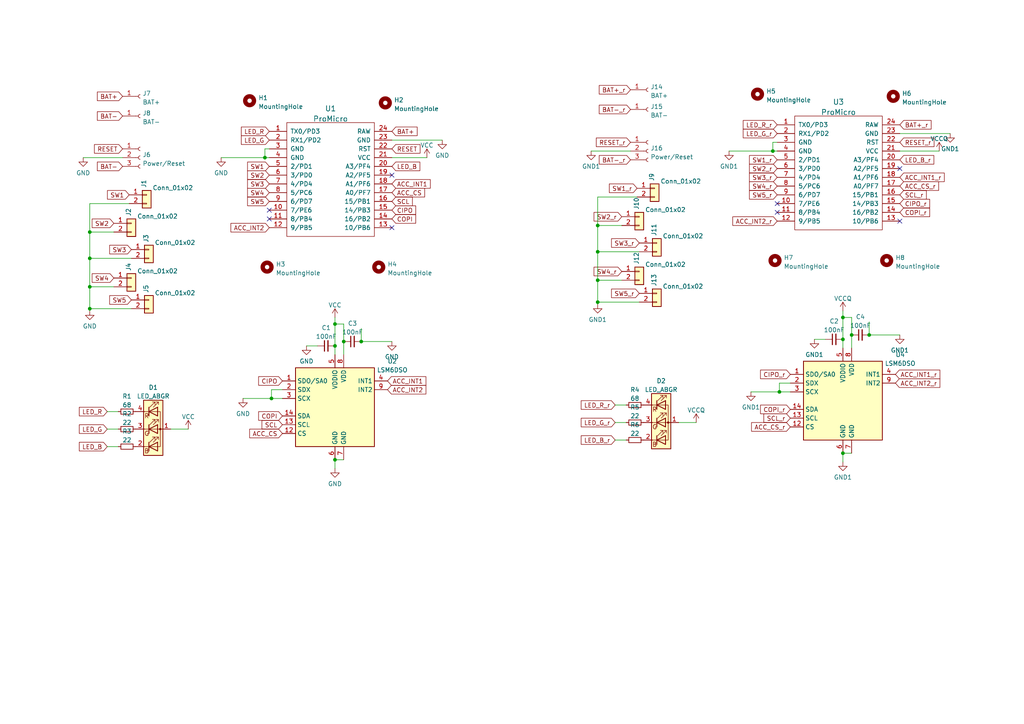
<source format=kicad_sch>
(kicad_sch (version 20211123) (generator eeschema)
  (paper "A4")
  (lib_symbols
    (symbol "Connector:Conn_01x01_Female" (pin_names (offset 1.016) hide)
      (property "Reference" "J" (at 0 2.54 0))
      (property "Value" "Conn_01x01_Female" (at 0 -2.54 0))
      (symbol "Conn_01x01_Female_1_1"
        (polyline (pts (xy -1.27 0) (xy -0.508 0)) (stroke (width 0.1524)))
        (arc (start 0 0.508) (mid -0.508 0) (end 0 -0.508) (stroke (width 0.1524)))
        (pin passive line (at -5.08 0 0) (length 3.81) (name "Pin_1") (number "1"))
      )
    )
    (symbol "Connector:Conn_01x03_Female" (pin_names (offset 1.016) hide)
      (property "Reference" "J" (at 0 5.08 0))
      (property "Value" "Conn_01x03_Female" (at 0 -5.08 0))
      (symbol "Conn_01x03_Female_1_1"
        (arc (start 0 -2.032) (mid -0.508 -2.54) (end 0 -3.048) (stroke (width 0.1524)))
        (polyline (pts (xy -1.27 -2.54) (xy -0.508 -2.54)) (stroke (width 0.1524)))
        (polyline (pts (xy -1.27 0) (xy -0.508 0)) (stroke (width 0.1524)))
        (polyline (pts (xy -1.27 2.54) (xy -0.508 2.54)) (stroke (width 0.1524)))
        (arc (start 0 0.508) (mid -0.508 0) (end 0 -0.508) (stroke (width 0.1524)))
        (arc (start 0 3.048) (mid -0.508 2.54) (end 0 2.032) (stroke (width 0.1524)))
        (pin passive line (at -5.08 2.54 0) (length 3.81) (name "Pin_1") (number "1"))
        (pin passive line (at -5.08 0 0) (length 3.81) (name "Pin_2") (number "2"))
        (pin passive line (at -5.08 -2.54 0) (length 3.81) (name "Pin_3") (number "3"))
      )
    )
    (symbol "Connector_Generic:Conn_01x02" (pin_names (offset 1.016) hide)
      (property "Reference" "J" (at 0 2.54 0))
      (property "Value" "Conn_01x02" (at 0 -5.08 0))
      (symbol "Conn_01x02_1_1"
        (rectangle (start -1.27 -2.413) (end 0 -2.667) (stroke (width 0.1524)))
        (rectangle (start -1.27 0.127) (end 0 -0.127) (stroke (width 0.1524)))
        (rectangle (start -1.27 1.27) (end 1.27 -3.81) (stroke (width 0.254)) (fill (type background)))
        (pin passive line (at -5.08 0 0) (length 3.81) (name "Pin_1") (number "1"))
        (pin passive line (at -5.08 -2.54 0) (length 3.81) (name "Pin_2") (number "2"))
      )
    )
    (symbol "Device:C_Small" (pin_numbers hide) (pin_names (offset 0.254) hide)
      (property "Reference" "C" (at 0.254 1.778 0))
      (property "Value" "C_Small" (at 0.254 -2.032 0))
      (symbol "C_Small_0_1"
        (polyline (pts (xy -1.524 -0.508) (xy 1.524 -0.508)) (stroke (width 0.3302)))
        (polyline (pts (xy -1.524 0.508) (xy 1.524 0.508)) (stroke (width 0.3048)))
      )
      (symbol "C_Small_1_1"
        (pin passive line (at 0 2.54 270) (length 2.032) (name "~") (number "1"))
        (pin passive line (at 0 -2.54 90) (length 2.032) (name "~") (number "2"))
      )
    )
    (symbol "Device:LED_ABGR" (pin_names (offset 0) hide)
      (property "Reference" "D" (at 0 9.398 0))
      (property "Value" "LED_ABGR" (at 0 -8.89 0))
      (symbol "LED_ABGR_0_0"
        (text "B" (at -1.905 -6.35 0) (effects (font (size 1.27 1.27))))
        (text "G" (at -1.905 -1.27 0) (effects (font (size 1.27 1.27))))
        (text "R" (at -1.905 3.81 0) (effects (font (size 1.27 1.27))))
      )
      (symbol "LED_ABGR_0_1"
        (polyline (pts (xy -1.27 -5.08) (xy -2.54 -5.08)))
        (polyline (pts (xy -1.27 -5.08) (xy 1.27 -5.08)))
        (polyline (pts (xy -1.27 -3.81) (xy -1.27 -6.35)) (stroke (width 0.254)))
        (polyline (pts (xy -1.27 0) (xy -2.54 0)))
        (polyline (pts (xy -1.27 1.27) (xy -1.27 -1.27)) (stroke (width 0.254)))
        (polyline (pts (xy -1.27 5.08) (xy -2.54 5.08)))
        (polyline (pts (xy -1.27 5.08) (xy 1.27 5.08)))
        (polyline (pts (xy -1.27 6.35) (xy -1.27 3.81)) (stroke (width 0.254)))
        (polyline (pts (xy 1.27 0) (xy -1.27 0)))
        (polyline (pts (xy 1.27 0) (xy 2.54 0)))
        (polyline (pts (xy -1.27 1.27) (xy -1.27 -1.27) (xy -1.27 -1.27)))
        (polyline (pts (xy -1.27 6.35) (xy -1.27 3.81) (xy -1.27 3.81)))
        (polyline (pts (xy 1.27 -5.08) (xy 2.032 -5.08) (xy 2.032 5.08) (xy 1.27 5.08)))
        (polyline (pts (xy 1.27 -3.81) (xy 1.27 -6.35) (xy -1.27 -5.08) (xy 1.27 -3.81)) (stroke (width 0.254)))
        (polyline (pts (xy 1.27 1.27) (xy 1.27 -1.27) (xy -1.27 0) (xy 1.27 1.27)) (stroke (width 0.254)))
        (polyline (pts (xy 1.27 6.35) (xy 1.27 3.81) (xy -1.27 5.08) (xy 1.27 6.35)) (stroke (width 0.254)))
        (polyline (pts (xy -1.016 -3.81) (xy 0.508 -2.286) (xy -0.254 -2.286) (xy 0.508 -2.286) (xy 0.508 -3.048)))
        (polyline (pts (xy -1.016 1.27) (xy 0.508 2.794) (xy -0.254 2.794) (xy 0.508 2.794) (xy 0.508 2.032)))
        (polyline (pts (xy -1.016 6.35) (xy 0.508 7.874) (xy -0.254 7.874) (xy 0.508 7.874) (xy 0.508 7.112)))
        (polyline (pts (xy 0 -3.81) (xy 1.524 -2.286) (xy 0.762 -2.286) (xy 1.524 -2.286) (xy 1.524 -3.048)))
        (polyline (pts (xy 0 1.27) (xy 1.524 2.794) (xy 0.762 2.794) (xy 1.524 2.794) (xy 1.524 2.032)))
        (polyline (pts (xy 0 6.35) (xy 1.524 7.874) (xy 0.762 7.874) (xy 1.524 7.874) (xy 1.524 7.112)))
        (rectangle (start 1.27 -1.27) (end 1.27 1.27))
        (rectangle (start 1.27 1.27) (end 1.27 1.27))
        (rectangle (start 1.27 3.81) (end 1.27 6.35))
        (rectangle (start 1.27 6.35) (end 1.27 6.35))
        (circle (center 2.032 0) (radius 0.254) (fill (type outline)))
        (rectangle (start 2.794 8.382) (end -2.794 -7.62) (stroke (width 0.254)) (fill (type background)))
      )
      (symbol "LED_ABGR_1_1"
        (pin passive line (at 5.08 0 180) (length 2.54) (name "A") (number "1"))
        (pin passive line (at -5.08 -5.08 0) (length 2.54) (name "BK") (number "2"))
        (pin passive line (at -5.08 0 0) (length 2.54) (name "GK") (number "3"))
        (pin passive line (at -5.08 5.08 0) (length 2.54) (name "RK") (number "4"))
      )
    )
    (symbol "Device:R_Small" (pin_numbers hide) (pin_names (offset 0.254) hide)
      (property "Reference" "R" (at 0.762 0.508 0))
      (property "Value" "R_Small" (at 0.762 -1.016 0))
      (symbol "R_Small_0_1"
        (rectangle (start -0.762 1.778) (end 0.762 -1.778) (stroke (width 0.2032)))
      )
      (symbol "R_Small_1_1"
        (pin passive line (at 0 2.54 270) (length 0.762) (name "~") (number "1"))
        (pin passive line (at 0 -2.54 90) (length 0.762) (name "~") (number "2"))
      )
    )
    (symbol "Mechanical:MountingHole" (pin_names (offset 1.016))
      (property "Reference" "H" (at 0 5.08 0))
      (property "Value" "MountingHole" (at 0 3.175 0))
      (symbol "MountingHole_0_1"
        (circle (center 0 0) (radius 1.27) (stroke (width 1.27)))
      )
    )
    (symbol "Sensor_Motion:LSM6DS3"
      (property "Reference" "U" (at -11.43 15.24 0))
      (property "Value" "LSM6DS3" (at -11.43 12.7 0))
      (symbol "LSM6DS3_0_1"
        (rectangle (start 11.43 11.43) (end -11.43 -11.43) (stroke (width 0.254)) (fill (type background)))
      )
      (symbol "LSM6DS3_1_1"
        (pin bidirectional line (at -15.24 7.62 0) (length 3.81) (name "SDO/SA0") (number "1"))
        (pin no_connect line (at 10.16 -5.08 180) (length 3.81) hide (name "NC") (number "10"))
        (pin no_connect line (at 10.16 -2.54 180) (length 3.81) hide (name "NC") (number "11"))
        (pin input line (at -15.24 -7.62 0) (length 3.81) (name "CS") (number "12"))
        (pin input line (at -15.24 -5.08 0) (length 3.81) (name "SCL") (number "13"))
        (pin bidirectional line (at -15.24 -2.54 0) (length 3.81) (name "SDA") (number "14"))
        (pin bidirectional line (at -15.24 5.08 0) (length 3.81) (name "SDX") (number "2"))
        (pin input line (at -15.24 2.54 0) (length 3.81) (name "SCX") (number "3"))
        (pin output line (at 15.24 7.62 180) (length 3.81) (name "INT1") (number "4"))
        (pin power_in line (at 0 15.24 270) (length 3.81) (name "VDDIO") (number "5"))
        (pin power_in line (at 0 -15.24 90) (length 3.81) (name "GND") (number "6"))
        (pin power_in line (at 2.54 -15.24 90) (length 3.81) (name "GND") (number "7"))
        (pin power_in line (at 2.54 15.24 270) (length 3.81) (name "VDD") (number "8"))
        (pin output line (at 15.24 5.08 180) (length 3.81) (name "INT2") (number "9"))
      )
    )
    (symbol "keebio:ProMicro" (pin_names (offset 1.016))
      (property "Reference" "U" (at 0 0 0))
      (property "Value" "ProMicro" (at 0 -19.05 0))
      (symbol "ProMicro_0_1"
        (rectangle (start -12.7 -16.51) (end 12.7 16.51))
      )
      (symbol "ProMicro_1_1"
        (pin input line (at -17.78 13.97 0) (length 5.08) (name "TX0/PD3") (number "1"))
        (pin input line (at -17.78 -8.89 0) (length 5.08) (name "7/PE6") (number "10"))
        (pin input line (at -17.78 -11.43 0) (length 5.08) (name "8/PB4") (number "11"))
        (pin input line (at -17.78 -13.97 0) (length 5.08) (name "9/PB5") (number "12"))
        (pin input line (at 17.78 -13.97 180) (length 5.08) (name "10/PB6") (number "13"))
        (pin input line (at 17.78 -11.43 180) (length 5.08) (name "16/PB2") (number "14"))
        (pin input line (at 17.78 -8.89 180) (length 5.08) (name "14/PB3") (number "15"))
        (pin input line (at 17.78 -6.35 180) (length 5.08) (name "15/PB1") (number "16"))
        (pin input line (at 17.78 -3.81 180) (length 5.08) (name "A0/PF7") (number "17"))
        (pin input line (at 17.78 -1.27 180) (length 5.08) (name "A1/PF6") (number "18"))
        (pin input line (at 17.78 1.27 180) (length 5.08) (name "A2/PF5") (number "19"))
        (pin input line (at -17.78 11.43 0) (length 5.08) (name "RX1/PD2") (number "2"))
        (pin input line (at 17.78 3.81 180) (length 5.08) (name "A3/PF4") (number "20"))
        (pin input line (at 17.78 6.35 180) (length 5.08) (name "VCC") (number "21"))
        (pin input line (at 17.78 8.89 180) (length 5.08) (name "RST") (number "22"))
        (pin input line (at 17.78 11.43 180) (length 5.08) (name "GND") (number "23"))
        (pin input line (at 17.78 13.97 180) (length 5.08) (name "RAW") (number "24"))
        (pin input line (at -17.78 8.89 0) (length 5.08) (name "GND") (number "3"))
        (pin input line (at -17.78 6.35 0) (length 5.08) (name "GND") (number "4"))
        (pin input line (at -17.78 3.81 0) (length 5.08) (name "2/PD1") (number "5"))
        (pin input line (at -17.78 1.27 0) (length 5.08) (name "3/PD0") (number "6"))
        (pin input line (at -17.78 -1.27 0) (length 5.08) (name "4/PD4") (number "7"))
        (pin input line (at -17.78 -3.81 0) (length 5.08) (name "5/PC6") (number "8"))
        (pin input line (at -17.78 -6.35 0) (length 5.08) (name "6/PD7") (number "9"))
      )
    )
    (symbol "power:GND" (power) (pin_names (offset 0))
      (property "Value" "GND" (at 0 -3.81 0))
      (symbol "GND_0_1"
        (polyline (pts (xy 0 0) (xy 0 -1.27) (xy 1.27 -1.27) (xy 0 -2.54) (xy -1.27 -1.27) (xy 0 -1.27)))
      )
      (symbol "GND_1_1"
        (pin power_in line (at 0 0 270) (length 0) hide (name "GND") (number "1"))
      )
    )
    (symbol "power:GND1" (power) (pin_names (offset 0))
      (property "Value" "GND1" (at 0 -3.81 0))
      (symbol "GND1_0_1"
        (polyline (pts (xy 0 0) (xy 0 -1.27) (xy 1.27 -1.27) (xy 0 -2.54) (xy -1.27 -1.27) (xy 0 -1.27)))
      )
      (symbol "GND1_1_1"
        (pin power_in line (at 0 0 270) (length 0) hide (name "GND1") (number "1"))
      )
    )
    (symbol "power:VCC" (power) (pin_names (offset 0))
      (property "Value" "VCC" (at 0 3.81 0))
      (symbol "VCC_0_1"
        (polyline (pts (xy -0.762 1.27) (xy 0 2.54)))
        (polyline (pts (xy 0 0) (xy 0 2.54)))
        (polyline (pts (xy 0 2.54) (xy 0.762 1.27)))
      )
      (symbol "VCC_1_1"
        (pin power_in line (at 0 0 90) (length 0) hide (name "VCC") (number "1"))
      )
    )
    (symbol "power:VCCQ" (power) (pin_names (offset 0))
      (property "Value" "VCCQ" (at 0 3.81 0))
      (symbol "VCCQ_0_1"
        (polyline (pts (xy -0.762 1.27) (xy 0 2.54)))
        (polyline (pts (xy 0 0) (xy 0 2.54)))
        (polyline (pts (xy 0 2.54) (xy 0.762 1.27)))
      )
      (symbol "VCCQ_1_1"
        (pin power_in line (at 0 0 90) (length 0) hide (name "VCCQ") (number "1"))
      )
    )
  )
  (junction (at 26.035 67.31))
  (junction (at 252.095 97.155))
  (junction (at 97.155 133.35))
  (junction (at 97.155 100.33))
  (junction (at 244.475 98.425))
  (junction (at 173.355 87.63))
  (junction (at 244.475 131.445))
  (junction (at 244.475 92.075))
  (junction (at 173.355 73.025))
  (junction (at 224.155 43.815))
  (junction (at 26.035 89.535))
  (junction (at 26.035 74.93))
  (junction (at 247.015 97.155))
  (junction (at 26.035 83.185))
  (junction (at 99.695 99.06))
  (junction (at 104.775 99.06))
  (junction (at 76.835 45.72))
  (junction (at 226.06 113.665))
  (junction (at 78.74 115.57))
  (junction (at 97.155 93.98))
  (junction (at 173.355 81.28))
  (junction (at 173.355 65.405))
  (no_connect (at 225.425 61.595))
  (no_connect (at 113.665 50.8))
  (no_connect (at 78.105 60.96))
  (no_connect (at 78.105 63.5))
  (no_connect (at 260.985 64.135))
  (no_connect (at 225.425 59.055))
  (no_connect (at 260.985 48.895))
  (no_connect (at 113.665 66.04))
  (wire (pts (xy 173.355 65.405) (xy 180.34 65.405)))
  (wire (pts (xy 173.355 57.15) (xy 184.785 57.15)))
  (wire (pts (xy 224.155 41.275) (xy 224.155 43.815)))
  (wire (pts (xy 247.015 97.155) (xy 247.015 100.965)))
  (wire (pts (xy 26.035 83.185) (xy 33.02 83.185)))
  (wire (pts (xy 185.42 87.63) (xy 173.355 87.63)))
  (wire (pts (xy 252.095 97.155) (xy 260.985 97.155)))
  (wire (pts (xy 97.155 93.98) (xy 99.695 93.98)))
  (wire (pts (xy 38.1 89.535) (xy 26.035 89.535)))
  (wire (pts (xy 225.425 43.815) (xy 224.155 43.815)))
  (wire (pts (xy 88.9 100.33) (xy 92.075 100.33)))
  (wire (pts (xy 211.455 43.815) (xy 224.155 43.815)))
  (wire (pts (xy 99.695 99.06) (xy 99.695 102.87)))
  (wire (pts (xy 26.035 83.185) (xy 26.035 89.535)))
  (wire (pts (xy 113.665 40.64) (xy 128.27 40.64)))
  (wire (pts (xy 173.355 73.025) (xy 173.355 81.28)))
  (wire (pts (xy 173.355 81.28) (xy 173.355 87.63)))
  (wire (pts (xy 97.155 93.98) (xy 97.155 100.33)))
  (wire (pts (xy 97.155 100.33) (xy 97.155 102.87)))
  (wire (pts (xy 113.665 45.72) (xy 123.825 45.72)))
  (wire (pts (xy 173.355 57.15) (xy 173.355 65.405)))
  (wire (pts (xy 173.355 87.63) (xy 173.355 88.265)))
  (wire (pts (xy 244.475 98.425) (xy 244.475 100.965)))
  (wire (pts (xy 78.74 113.03) (xy 78.74 115.57)))
  (wire (pts (xy 244.475 131.445) (xy 244.475 133.985)))
  (wire (pts (xy 173.355 81.28) (xy 180.34 81.28)))
  (wire (pts (xy 236.22 98.425) (xy 239.395 98.425)))
  (wire (pts (xy 173.355 65.405) (xy 173.355 73.025)))
  (wire (pts (xy 31.115 129.54) (xy 34.29 129.54)))
  (wire (pts (xy 97.155 133.35) (xy 97.155 135.89)))
  (wire (pts (xy 78.105 45.72) (xy 76.835 45.72)))
  (wire (pts (xy 244.475 90.17) (xy 244.475 92.075)))
  (wire (pts (xy 97.155 92.075) (xy 97.155 93.98)))
  (wire (pts (xy 31.115 124.46) (xy 34.29 124.46)))
  (wire (pts (xy 217.805 113.665) (xy 226.06 113.665)))
  (wire (pts (xy 229.235 111.125) (xy 226.06 111.125)))
  (wire (pts (xy 201.93 122.555) (xy 196.85 122.555)))
  (wire (pts (xy 78.105 43.18) (xy 76.835 43.18)))
  (wire (pts (xy 225.425 41.275) (xy 224.155 41.275)))
  (wire (pts (xy 104.775 99.06) (xy 113.665 99.06)))
  (wire (pts (xy 178.435 127.635) (xy 181.61 127.635)))
  (wire (pts (xy 24.13 45.72) (xy 35.56 45.72)))
  (wire (pts (xy 81.915 113.03) (xy 78.74 113.03)))
  (wire (pts (xy 171.45 43.815) (xy 182.88 43.815)))
  (wire (pts (xy 247.015 92.075) (xy 247.015 97.155)))
  (wire (pts (xy 260.985 38.735) (xy 275.59 38.735)))
  (wire (pts (xy 76.835 43.18) (xy 76.835 45.72)))
  (wire (pts (xy 26.035 67.31) (xy 33.02 67.31)))
  (wire (pts (xy 26.035 67.31) (xy 26.035 74.93)))
  (wire (pts (xy 97.155 133.35) (xy 99.695 133.35)))
  (wire (pts (xy 244.475 92.075) (xy 244.475 98.425)))
  (wire (pts (xy 70.485 115.57) (xy 78.74 115.57)))
  (wire (pts (xy 26.035 59.055) (xy 26.035 67.31)))
  (wire (pts (xy 26.035 89.535) (xy 26.035 90.17)))
  (wire (pts (xy 226.06 111.125) (xy 226.06 113.665)))
  (wire (pts (xy 178.435 122.555) (xy 181.61 122.555)))
  (wire (pts (xy 99.695 93.98) (xy 99.695 99.06)))
  (wire (pts (xy 26.035 74.93) (xy 26.035 83.185)))
  (wire (pts (xy 78.74 115.57) (xy 81.915 115.57)))
  (wire (pts (xy 104.775 95.25) (xy 104.775 99.06)))
  (wire (pts (xy 244.475 131.445) (xy 247.015 131.445)))
  (wire (pts (xy 26.035 74.93) (xy 38.1 74.93)))
  (wire (pts (xy 64.135 45.72) (xy 76.835 45.72)))
  (wire (pts (xy 173.355 73.025) (xy 185.42 73.025)))
  (wire (pts (xy 26.035 59.055) (xy 37.465 59.055)))
  (wire (pts (xy 178.435 117.475) (xy 181.61 117.475)))
  (wire (pts (xy 31.115 119.38) (xy 34.29 119.38)))
  (wire (pts (xy 244.475 92.075) (xy 247.015 92.075)))
  (wire (pts (xy 54.61 124.46) (xy 49.53 124.46)))
  (wire (pts (xy 260.985 43.815) (xy 272.415 43.815)))
  (wire (pts (xy 226.06 113.665) (xy 229.235 113.665)))
  (wire (pts (xy 252.095 93.345) (xy 252.095 97.155)))
  (global_label "RESET" (shape input) (at 113.665 43.18 0) (property "Intersheet References" "${INTERSHEET_REFS}" (effects hide)))
  (global_label "ACC_INT2" (shape input) (at 112.395 113.03 0) (property "Intersheet References" "${INTERSHEET_REFS}" (effects hide)))
  (global_label "SW5_r" (shape input) (at 185.42 85.09 180) (property "Intersheet References" "${INTERSHEET_REFS}" (effects hide)))
  (global_label "SW2" (shape input) (at 78.105 50.8 180) (property "Intersheet References" "${INTERSHEET_REFS}" (effects hide)))
  (global_label "LED_B" (shape input) (at 31.115 129.54 180) (property "Intersheet References" "${INTERSHEET_REFS}" (effects hide)))
  (global_label "SW1_r" (shape input) (at 184.785 54.61 180) (property "Intersheet References" "${INTERSHEET_REFS}" (effects hide)))
  (global_label "BAT-" (shape input) (at 35.56 33.655 180) (property "Intersheet References" "${INTERSHEET_REFS}" (effects hide)))
  (global_label "SW5" (shape input) (at 38.1 86.995 180) (property "Intersheet References" "${INTERSHEET_REFS}" (effects hide)))
  (global_label "COPI_r" (shape input) (at 229.235 118.745 180) (property "Intersheet References" "${INTERSHEET_REFS}" (effects hide)))
  (global_label "SCL" (shape input) (at 81.915 123.19 180) (property "Intersheet References" "${INTERSHEET_REFS}" (effects hide)))
  (global_label "BAT-_r" (shape input) (at 182.88 31.75 180) (property "Intersheet References" "${INTERSHEET_REFS}" (effects hide)))
  (global_label "BAT-" (shape input) (at 35.56 48.26 180) (property "Intersheet References" "${INTERSHEET_REFS}" (effects hide)))
  (global_label "ACC_INT2_r" (shape input) (at 225.425 64.135 180) (property "Intersheet References" "${INTERSHEET_REFS}" (effects hide)))
  (global_label "COPI" (shape input) (at 113.665 63.5 0) (property "Intersheet References" "${INTERSHEET_REFS}" (effects hide)))
  (global_label "LED_R_r" (shape input) (at 178.435 117.475 180) (property "Intersheet References" "${INTERSHEET_REFS}" (effects hide)))
  (global_label "SW5" (shape input) (at 78.105 58.42 180) (property "Intersheet References" "${INTERSHEET_REFS}" (effects hide)))
  (global_label "ACC_INT1_r" (shape input) (at 260.985 51.435 0) (property "Intersheet References" "${INTERSHEET_REFS}" (effects hide)))
  (global_label "CIPO" (shape input) (at 113.665 60.96 0) (property "Intersheet References" "${INTERSHEET_REFS}" (effects hide)))
  (global_label "CIPO" (shape input) (at 81.915 110.49 180) (property "Intersheet References" "${INTERSHEET_REFS}" (effects hide)))
  (global_label "COPI" (shape input) (at 81.915 120.65 180) (property "Intersheet References" "${INTERSHEET_REFS}" (effects hide)))
  (global_label "SW4" (shape input) (at 78.105 55.88 180) (property "Intersheet References" "${INTERSHEET_REFS}" (effects hide)))
  (global_label "ACC_INT1" (shape input) (at 112.395 110.49 0) (property "Intersheet References" "${INTERSHEET_REFS}" (effects hide)))
  (global_label "LED_B_r" (shape input) (at 178.435 127.635 180) (property "Intersheet References" "${INTERSHEET_REFS}" (effects hide)))
  (global_label "SW2_r" (shape input) (at 180.34 62.865 180) (property "Intersheet References" "${INTERSHEET_REFS}" (effects hide)))
  (global_label "SW4_r" (shape input) (at 225.425 53.975 180) (property "Intersheet References" "${INTERSHEET_REFS}" (effects hide)))
  (global_label "CIPO_r" (shape input) (at 229.235 108.585 180) (property "Intersheet References" "${INTERSHEET_REFS}" (effects hide)))
  (global_label "ACC_CS" (shape input) (at 81.915 125.73 180) (property "Intersheet References" "${INTERSHEET_REFS}" (effects hide)))
  (global_label "ACC_CS_r" (shape input) (at 260.985 53.975 0) (property "Intersheet References" "${INTERSHEET_REFS}" (effects hide)))
  (global_label "SCL" (shape input) (at 113.665 58.42 0) (property "Intersheet References" "${INTERSHEET_REFS}" (effects hide)))
  (global_label "RESET" (shape input) (at 35.56 43.18 180) (property "Intersheet References" "${INTERSHEET_REFS}" (effects hide)))
  (global_label "ACC_INT1" (shape input) (at 113.665 53.34 0) (property "Intersheet References" "${INTERSHEET_REFS}" (effects hide)))
  (global_label "BAT+" (shape input) (at 35.56 27.94 180) (property "Intersheet References" "${INTERSHEET_REFS}" (effects hide)))
  (global_label "SCL_r" (shape input) (at 260.985 56.515 0) (property "Intersheet References" "${INTERSHEET_REFS}" (effects hide)))
  (global_label "SW1" (shape input) (at 78.105 48.26 180) (property "Intersheet References" "${INTERSHEET_REFS}" (effects hide)))
  (global_label "LED_G_r" (shape input) (at 178.435 122.555 180) (property "Intersheet References" "${INTERSHEET_REFS}" (effects hide)))
  (global_label "BAT+" (shape input) (at 113.665 38.1 0) (property "Intersheet References" "${INTERSHEET_REFS}" (effects hide)))
  (global_label "ACC_CS" (shape input) (at 113.665 55.88 0) (property "Intersheet References" "${INTERSHEET_REFS}" (effects hide)))
  (global_label "SW2_r" (shape input) (at 225.425 48.895 180) (property "Intersheet References" "${INTERSHEET_REFS}" (effects hide)))
  (global_label "LED_G" (shape input) (at 78.105 40.64 180) (property "Intersheet References" "${INTERSHEET_REFS}" (effects hide)))
  (global_label "SW4" (shape input) (at 33.02 80.645 180) (property "Intersheet References" "${INTERSHEET_REFS}" (effects hide)))
  (global_label "SW3_r" (shape input) (at 185.42 70.485 180) (property "Intersheet References" "${INTERSHEET_REFS}" (effects hide)))
  (global_label "ACC_CS_r" (shape input) (at 229.235 123.825 180) (property "Intersheet References" "${INTERSHEET_REFS}" (effects hide)))
  (global_label "ACC_INT1_r" (shape input) (at 259.715 108.585 0) (property "Intersheet References" "${INTERSHEET_REFS}" (effects hide)))
  (global_label "ACC_INT2" (shape input) (at 78.105 66.04 180) (property "Intersheet References" "${INTERSHEET_REFS}" (effects hide)))
  (global_label "SCL_r" (shape input) (at 229.235 121.285 180) (property "Intersheet References" "${INTERSHEET_REFS}" (effects hide)))
  (global_label "COPI_r" (shape input) (at 260.985 61.595 0) (property "Intersheet References" "${INTERSHEET_REFS}" (effects hide)))
  (global_label "LED_R_r" (shape input) (at 225.425 36.195 180) (property "Intersheet References" "${INTERSHEET_REFS}" (effects hide)))
  (global_label "SW1" (shape input) (at 37.465 56.515 180) (property "Intersheet References" "${INTERSHEET_REFS}" (effects hide)))
  (global_label "BAT-_r" (shape input) (at 182.88 46.355 180) (property "Intersheet References" "${INTERSHEET_REFS}" (effects hide)))
  (global_label "RESET_r" (shape input) (at 182.88 41.275 180) (property "Intersheet References" "${INTERSHEET_REFS}" (effects hide)))
  (global_label "LED_B" (shape input) (at 113.665 48.26 0) (property "Intersheet References" "${INTERSHEET_REFS}" (effects hide)))
  (global_label "CIPO_r" (shape input) (at 260.985 59.055 0) (property "Intersheet References" "${INTERSHEET_REFS}" (effects hide)))
  (global_label "LED_B_r" (shape input) (at 260.985 46.355 0) (property "Intersheet References" "${INTERSHEET_REFS}" (effects hide)))
  (global_label "SW1_r" (shape input) (at 225.425 46.355 180) (property "Intersheet References" "${INTERSHEET_REFS}" (effects hide)))
  (global_label "LED_G_r" (shape input) (at 225.425 38.735 180) (property "Intersheet References" "${INTERSHEET_REFS}" (effects hide)))
  (global_label "BAT+_r" (shape input) (at 182.88 26.035 180) (property "Intersheet References" "${INTERSHEET_REFS}" (effects hide)))
  (global_label "SW4_r" (shape input) (at 180.34 78.74 180) (property "Intersheet References" "${INTERSHEET_REFS}" (effects hide)))
  (global_label "SW3" (shape input) (at 78.105 53.34 180) (property "Intersheet References" "${INTERSHEET_REFS}" (effects hide)))
  (global_label "ACC_INT2_r" (shape input) (at 259.715 111.125 0) (property "Intersheet References" "${INTERSHEET_REFS}" (effects hide)))
  (global_label "BAT+_r" (shape input) (at 260.985 36.195 0) (property "Intersheet References" "${INTERSHEET_REFS}" (effects hide)))
  (global_label "LED_R" (shape input) (at 78.105 38.1 180) (property "Intersheet References" "${INTERSHEET_REFS}" (effects hide)))
  (global_label "SW5_r" (shape input) (at 225.425 56.515 180) (property "Intersheet References" "${INTERSHEET_REFS}" (effects hide)))
  (global_label "LED_G" (shape input) (at 31.115 124.46 180) (property "Intersheet References" "${INTERSHEET_REFS}" (effects hide)))
  (global_label "SW3" (shape input) (at 38.1 72.39 180) (property "Intersheet References" "${INTERSHEET_REFS}" (effects hide)))
  (global_label "RESET_r" (shape input) (at 260.985 41.275 0) (property "Intersheet References" "${INTERSHEET_REFS}" (effects hide)))
  (global_label "SW3_r" (shape input) (at 225.425 51.435 180) (property "Intersheet References" "${INTERSHEET_REFS}" (effects hide)))
  (global_label "SW2" (shape input) (at 33.02 64.77 180) (property "Intersheet References" "${INTERSHEET_REFS}" (effects hide)))
  (global_label "LED_R" (shape input) (at 31.115 119.38 180) (property "Intersheet References" "${INTERSHEET_REFS}" (effects hide)))
  (symbol (lib_id "Device:R_Small") (at 36.83 119.38 90) (unit 1)
    (property "Reference" "R1" (at 36.83 114.9436 90))
    (property "Value" "68" (at 36.83 117.4805 90))
    (property "Footprint" "Resistor_SMD:R_0603_1608Metric" (effects hide))
    (property "LCSC Part Number" "C27592" (effects hide))
  )
  (symbol (lib_id "power:GND1") (at 173.355 88.265 0) (unit 1)
    (property "Reference" "#PWR09" (effects hide))
    (property "Value" "GND" (at 173.355 92.7084 0))
  )
  (symbol (lib_id "Mechanical:MountingHole") (at 111.76 29.845 0) (unit 1)
    (property "Reference" "H2" (at 114.3 29.0103 0) (effects (justify left)))
    (property "Value" "MountingHole" (at 114.3 31.5472 0) (effects (justify left)))
    (property "Footprint" "MountingHole:MountingHole_2.2mm_M2_Pad" (effects hide))
  )
  (symbol (lib_id "Mechanical:MountingHole") (at 259.08 27.94 0) (unit 1)
    (property "Reference" "H6" (at 261.62 27.1053 0) (effects (justify left)))
    (property "Value" "MountingHole" (at 261.62 29.6422 0) (effects (justify left)))
    (property "Footprint" "MountingHole:MountingHole_2.2mm_M2_Pad" (effects hide))
  )
  (symbol (lib_id "power:GND1") (at 211.455 43.815 0) (unit 1)
    (property "Reference" "#PWR011" (effects hide))
    (property "Value" "GND" (at 211.455 48.2584 0))
  )
  (symbol (lib_id "Device:R_Small") (at 36.83 129.54 90) (unit 1)
    (property "Reference" "R3" (at 36.83 125.1036 90))
    (property "Value" "22" (at 36.83 127.6405 90))
    (property "Footprint" "Resistor_SMD:R_0603_1608Metric" (effects hide))
    (property "LCSC Part Number" "C23345" (effects hide))
  )
  (symbol (lib_id "power:GND") (at 70.485 115.57 0) (unit 1)
    (property "Reference" "#PWR0104" (effects hide))
    (property "Value" "GND" (at 70.485 120.0134 0))
  )
  (symbol (lib_id "power:VCC") (at 54.61 124.46 0) (unit 1)
    (property "Reference" "#PWR06" (effects hide))
    (property "Value" "VCC" (at 54.61 120.8842 0))
  )
  (symbol (lib_id "power:VCCQ") (at 244.475 90.17 0) (unit 1)
    (property "Reference" "#PWR014" (effects hide))
    (property "Value" "VCC" (at 244.475 86.5942 0))
  )
  (symbol (lib_id "power:GND") (at 128.27 40.64 0) (unit 1)
    (property "Reference" "#PWR0102" (effects hide))
    (property "Value" "GND" (at 128.27 45.0834 0))
  )
  (symbol (lib_id "Connector_Generic:Conn_01x02") (at 38.1 80.645 0) (unit 1)
    (property "Reference" "J4" (at 37.2653 78.613 90) (effects (justify left)))
    (property "Value" "Conn_01x02" (at 39.8022 78.613 0) (effects (justify left)))
    (property "Footprint" "Connector_Molex:Molex_Pico-EZmate_78171-0002_1x02-1MP_P1.20mm_Vertical" (effects hide))
  )
  (symbol (lib_id "power:GND1") (at 244.475 133.985 0) (unit 1)
    (property "Reference" "#PWR015" (effects hide))
    (property "Value" "GND" (at 244.475 138.4284 0))
  )
  (symbol (lib_id "keebio:ProMicro") (at 243.205 50.165 0) (unit 1)
    (property "Reference" "U3" (at 243.205 29.5709 0) (effects (font (size 1.524 1.524))))
    (property "Value" "ProMicro" (at 243.205 32.5643 0) (effects (font (size 1.524 1.524))))
    (property "Footprint" "Keebio-Parts:ArduinoProMicro" (effects hide))
  )
  (symbol (lib_id "Mechanical:MountingHole") (at 77.47 77.47 0) (unit 1)
    (property "Reference" "H3" (at 80.01 76.6353 0) (effects (justify left)))
    (property "Value" "MountingHole" (at 80.01 79.1722 0) (effects (justify left)))
    (property "Footprint" "MountingHole:MountingHole_2.2mm_M2_Pad" (effects hide))
  )
  (symbol (lib_id "power:GND1") (at 171.45 43.815 0) (unit 1)
    (property "Reference" "#PWR08" (effects hide))
    (property "Value" "GND" (at 171.45 48.2584 0))
  )
  (symbol (lib_id "Mechanical:MountingHole") (at 257.175 75.565 0) (unit 1)
    (property "Reference" "H8" (at 259.715 74.7303 0) (effects (justify left)))
    (property "Value" "MountingHole" (at 259.715 77.2672 0) (effects (justify left)))
    (property "Footprint" "MountingHole:MountingHole_2.2mm_M2_Pad" (effects hide))
  )
  (symbol (lib_id "Sensor_Motion:LSM6DS3") (at 244.475 116.205 0) (unit 1)
    (property "Reference" "U4" (at 261.1007 102.8785 0))
    (property "Value" "LSM6DSO" (at 261.1007 105.4154 0))
    (property "Footprint" "main:PQFN50P250X300X86-14N" (effects hide))
    (property "Datasheet" "www.st.com/resource/en/datasheet/lsm6ds3.pdf" (effects hide))
    (property "LCSC Part Number" "C2655100" (effects hide))
  )
  (symbol (lib_id "Connector_Generic:Conn_01x02") (at 42.545 56.515 0) (unit 1)
    (property "Reference" "J1" (at 41.7103 54.483 90) (effects (justify left)))
    (property "Value" "Conn_01x02" (at 44.2472 54.483 0) (effects (justify left)))
    (property "Footprint" "Connector_Molex:Molex_Pico-EZmate_78171-0002_1x02-1MP_P1.20mm_Vertical" (effects hide))
  )
  (symbol (lib_id "power:GND1") (at 260.985 97.155 0) (unit 1)
    (property "Reference" "#PWR016" (effects hide))
    (property "Value" "GND" (at 260.985 101.5984 0))
  )
  (symbol (lib_id "power:GND1") (at 217.805 113.665 0) (unit 1)
    (property "Reference" "#PWR012" (effects hide))
    (property "Value" "GND" (at 217.805 118.1084 0))
  )
  (symbol (lib_id "Connector_Generic:Conn_01x02") (at 190.5 70.485 0) (unit 1)
    (property "Reference" "J11" (at 189.6653 68.453 90) (effects (justify left)))
    (property "Value" "Conn_01x02" (at 192.2022 68.453 0) (effects (justify left)))
    (property "Footprint" "Connector_Molex:Molex_Pico-EZmate_78171-0002_1x02-1MP_P1.20mm_Vertical" (effects hide))
  )
  (symbol (lib_id "Device:C_Small") (at 241.935 98.425 90) (unit 1)
    (property "Reference" "C2" (at 241.9413 93.1631 90))
    (property "Value" "100nF" (at 241.9413 95.7 90))
    (property "Footprint" "Capacitor_SMD:C_0603_1608Metric" (effects hide))
    (property "LCSC Part Number" "C14663" (effects hide))
  )
  (symbol (lib_id "Mechanical:MountingHole") (at 109.855 77.47 0) (unit 1)
    (property "Reference" "H4" (at 112.395 76.6353 0) (effects (justify left)))
    (property "Value" "MountingHole" (at 112.395 79.1722 0) (effects (justify left)))
    (property "Footprint" "MountingHole:MountingHole_2.2mm_M2_Pad" (effects hide))
  )
  (symbol (lib_id "keebio:ProMicro") (at 95.885 52.07 0) (unit 1)
    (property "Reference" "U1" (at 95.885 31.4759 0) (effects (font (size 1.524 1.524))))
    (property "Value" "ProMicro" (at 95.885 34.4693 0) (effects (font (size 1.524 1.524))))
    (property "Footprint" "Keebio-Parts:ArduinoProMicro" (effects hide))
  )
  (symbol (lib_id "Connector_Generic:Conn_01x02") (at 185.42 78.74 0) (unit 1)
    (property "Reference" "J12" (at 184.5853 76.708 90) (effects (justify left)))
    (property "Value" "Conn_01x02" (at 187.1222 76.708 0) (effects (justify left)))
    (property "Footprint" "Connector_Molex:Molex_Pico-EZmate_78171-0002_1x02-1MP_P1.20mm_Vertical" (effects hide))
  )
  (symbol (lib_id "Device:LED_ABGR") (at 44.45 124.46 0) (unit 1)
    (property "Reference" "D1" (at 44.45 112.3782 0))
    (property "Value" "LED_ABGR" (at 44.45 114.9151 0))
    (property "Footprint" "LED_SMD:LED_RGB_Wuerth-PLCC4_3.2x2.8mm_150141M173100" (effects hide))
    (property "LCSC Part Number" "C409779" (effects hide))
  )
  (symbol (lib_id "power:GND") (at 26.035 90.17 0) (unit 1)
    (property "Reference" "#PWR0101" (effects hide))
    (property "Value" "GND" (at 26.035 94.6134 0))
  )
  (symbol (lib_id "Connector_Generic:Conn_01x02") (at 185.42 62.865 0) (unit 1)
    (property "Reference" "J10" (at 184.5853 60.833 90) (effects (justify left)))
    (property "Value" "Conn_01x02" (at 187.1222 60.833 0) (effects (justify left)))
    (property "Footprint" "Connector_Molex:Molex_Pico-EZmate_78171-0002_1x02-1MP_P1.20mm_Vertical" (effects hide))
  )
  (symbol (lib_id "Mechanical:MountingHole") (at 219.71 27.305 0) (unit 1)
    (property "Reference" "H5" (at 222.25 26.4703 0) (effects (justify left)))
    (property "Value" "MountingHole" (at 222.25 29.0072 0) (effects (justify left)))
    (property "Footprint" "MountingHole:MountingHole_2.2mm_M2_Pad" (effects hide))
  )
  (symbol (lib_id "Device:C_Small") (at 102.235 99.06 90) (unit 1)
    (property "Reference" "C3" (at 102.2413 93.7981 90))
    (property "Value" "100nF" (at 102.2413 96.335 90))
    (property "Footprint" "Capacitor_SMD:C_0603_1608Metric" (effects hide))
    (property "LCSC Part Number" "C14663" (effects hide))
  )
  (symbol (lib_id "power:GND") (at 113.665 99.06 0) (unit 1)
    (property "Reference" "#PWR0103" (effects hide))
    (property "Value" "GND" (at 113.665 103.5034 0))
  )
  (symbol (lib_id "Device:C_Small") (at 249.555 97.155 90) (unit 1)
    (property "Reference" "C4" (at 249.5613 91.8931 90))
    (property "Value" "100nF" (at 249.5613 94.43 90))
    (property "Footprint" "Capacitor_SMD:C_0603_1608Metric" (effects hide))
    (property "LCSC Part Number" "C14663" (effects hide))
  )
  (symbol (lib_id "Connector:Conn_01x01_Female") (at 187.96 31.75 0) (unit 1)
    (property "Reference" "J15" (at 188.6712 30.9153 0) (effects (justify left)))
    (property "Value" "BAT-" (at 188.6712 33.4522 0) (effects (justify left)))
    (property "Footprint" "Connector_PinSocket_2.54mm:PinSocket_1x01_P2.54mm_Vertical" (effects hide))
  )
  (symbol (lib_id "power:VCC") (at 97.155 92.075 0) (unit 1)
    (property "Reference" "#PWR02" (effects hide))
    (property "Value" "VCC" (at 97.155 88.4992 0))
  )
  (symbol (lib_id "Device:R_Small") (at 184.15 122.555 90) (unit 1)
    (property "Reference" "R5" (at 184.15 118.1186 90))
    (property "Value" "22" (at 184.15 120.6555 90))
    (property "Footprint" "Resistor_SMD:R_0603_1608Metric" (effects hide))
    (property "LCSC Part Number" "C23345" (effects hide))
  )
  (symbol (lib_id "power:VCCQ") (at 201.93 122.555 0) (unit 1)
    (property "Reference" "#PWR010" (effects hide))
    (property "Value" "VCC" (at 201.93 118.9792 0))
  )
  (symbol (lib_id "Connector:Conn_01x03_Female") (at 187.96 43.815 0) (unit 1)
    (property "Reference" "J16" (at 188.6712 42.9803 0) (effects (justify left)))
    (property "Value" "Power/Reset" (at 188.6712 45.5172 0) (effects (justify left)))
    (property "Footprint" "Connector_Molex:Molex_Pico-EZmate_78171-0003_1x03-1MP_P1.20mm_Vertical" (effects hide))
  )
  (symbol (lib_id "power:GND1") (at 236.22 98.425 0) (unit 1)
    (property "Reference" "#PWR013" (effects hide))
    (property "Value" "GND" (at 236.22 102.8684 0))
  )
  (symbol (lib_id "Connector_Generic:Conn_01x02") (at 43.18 86.995 0) (unit 1)
    (property "Reference" "J5" (at 42.3453 84.963 90) (effects (justify left)))
    (property "Value" "Conn_01x02" (at 44.8822 84.963 0) (effects (justify left)))
    (property "Footprint" "Connector_Molex:Molex_Pico-EZmate_78171-0002_1x02-1MP_P1.20mm_Vertical" (effects hide))
  )
  (symbol (lib_id "Connector:Conn_01x03_Female") (at 40.64 45.72 0) (unit 1)
    (property "Reference" "J6" (at 41.3512 44.8853 0) (effects (justify left)))
    (property "Value" "Power/Reset" (at 41.3512 47.4222 0) (effects (justify left)))
    (property "Footprint" "Connector_Molex:Molex_Pico-EZmate_78171-0003_1x03-1MP_P1.20mm_Vertical" (effects hide))
  )
  (symbol (lib_id "power:GND") (at 97.155 135.89 0) (unit 1)
    (property "Reference" "#PWR03" (effects hide))
    (property "Value" "GND" (at 97.155 140.3334 0))
  )
  (symbol (lib_id "Mechanical:MountingHole") (at 72.39 29.21 0) (unit 1)
    (property "Reference" "H1" (at 74.93 28.3753 0) (effects (justify left)))
    (property "Value" "MountingHole" (at 74.93 30.9122 0) (effects (justify left)))
    (property "Footprint" "MountingHole:MountingHole_2.2mm_M2_Pad" (effects hide))
  )
  (symbol (lib_id "Device:C_Small") (at 94.615 100.33 90) (unit 1)
    (property "Reference" "C1" (at 94.6213 95.0681 90))
    (property "Value" "100nF" (at 94.6213 97.605 90))
    (property "Footprint" "Capacitor_SMD:C_0603_1608Metric" (effects hide))
    (property "LCSC Part Number" "C14663" (effects hide))
  )
  (symbol (lib_id "Device:R_Small") (at 184.15 117.475 90) (unit 1)
    (property "Reference" "R4" (at 184.15 113.0386 90))
    (property "Value" "68" (at 184.15 115.5755 90))
    (property "Footprint" "Resistor_SMD:R_0603_1608Metric" (effects hide))
    (property "LCSC Part Number" "C27592" (effects hide))
  )
  (symbol (lib_id "power:GND1") (at 275.59 38.735 0) (unit 1)
    (property "Reference" "#PWR018" (effects hide))
    (property "Value" "GND" (at 275.59 43.1784 0))
  )
  (symbol (lib_id "Sensor_Motion:LSM6DS3") (at 97.155 118.11 0) (unit 1)
    (property "Reference" "U2" (at 113.7807 104.7835 0))
    (property "Value" "LSM6DSO" (at 113.7807 107.3204 0))
    (property "Footprint" "main:PQFN50P250X300X86-14N" (effects hide))
    (property "Datasheet" "www.st.com/resource/en/datasheet/lsm6ds3.pdf" (effects hide))
    (property "LCSC Part Number" "C2655100" (effects hide))
  )
  (symbol (lib_id "Connector:Conn_01x01_Female") (at 187.96 26.035 0) (unit 1)
    (property "Reference" "J14" (at 188.6712 25.2003 0) (effects (justify left)))
    (property "Value" "BAT+" (at 188.6712 27.7372 0) (effects (justify left)))
    (property "Footprint" "Connector_PinSocket_2.54mm:PinSocket_1x01_P2.54mm_Vertical" (effects hide))
  )
  (symbol (lib_id "power:GND") (at 88.9 100.33 0) (unit 1)
    (property "Reference" "#PWR01" (effects hide))
    (property "Value" "GND" (at 88.9 104.7734 0))
  )
  (symbol (lib_id "Connector:Conn_01x01_Female") (at 40.64 33.655 0) (unit 1)
    (property "Reference" "J8" (at 41.3512 32.8203 0) (effects (justify left)))
    (property "Value" "BAT-" (at 41.3512 35.3572 0) (effects (justify left)))
    (property "Footprint" "Connector_PinSocket_2.54mm:PinSocket_1x01_P2.54mm_Vertical" (effects hide))
  )
  (symbol (lib_id "power:VCC") (at 123.825 45.72 0) (unit 1)
    (property "Reference" "#PWR04" (effects hide))
    (property "Value" "VCC" (at 123.825 42.1442 0))
  )
  (symbol (lib_id "Connector_Generic:Conn_01x02") (at 190.5 85.09 0) (unit 1)
    (property "Reference" "J13" (at 189.6653 83.058 90) (effects (justify left)))
    (property "Value" "Conn_01x02" (at 192.2022 83.058 0) (effects (justify left)))
    (property "Footprint" "Connector_Molex:Molex_Pico-EZmate_78171-0002_1x02-1MP_P1.20mm_Vertical" (effects hide))
  )
  (symbol (lib_id "Connector:Conn_01x01_Female") (at 40.64 27.94 0) (unit 1)
    (property "Reference" "J7" (at 41.3512 27.1053 0) (effects (justify left)))
    (property "Value" "BAT+" (at 41.3512 29.6422 0) (effects (justify left)))
    (property "Footprint" "Connector_PinSocket_2.54mm:PinSocket_1x01_P2.54mm_Vertical" (effects hide))
  )
  (symbol (lib_id "power:GND") (at 24.13 45.72 0) (unit 1)
    (property "Reference" "#PWR05" (effects hide))
    (property "Value" "GND" (at 24.13 50.1634 0))
  )
  (symbol (lib_id "Connector_Generic:Conn_01x02") (at 43.18 72.39 0) (unit 1)
    (property "Reference" "J3" (at 42.3453 70.358 90) (effects (justify left)))
    (property "Value" "Conn_01x02" (at 44.8822 70.358 0) (effects (justify left)))
    (property "Footprint" "Connector_Molex:Molex_Pico-EZmate_78171-0002_1x02-1MP_P1.20mm_Vertical" (effects hide))
  )
  (symbol (lib_id "Connector_Generic:Conn_01x02") (at 189.865 54.61 0) (unit 1)
    (property "Reference" "J9" (at 189.0303 52.578 90) (effects (justify left)))
    (property "Value" "Conn_01x02" (at 191.5672 52.578 0) (effects (justify left)))
    (property "Footprint" "Connector_Molex:Molex_Pico-EZmate_78171-0002_1x02-1MP_P1.20mm_Vertical" (effects hide))
  )
  (symbol (lib_id "Mechanical:MountingHole") (at 224.79 75.565 0) (unit 1)
    (property "Reference" "H7" (at 227.33 74.7303 0) (effects (justify left)))
    (property "Value" "MountingHole" (at 227.33 77.2672 0) (effects (justify left)))
    (property "Footprint" "MountingHole:MountingHole_2.2mm_M2_Pad" (effects hide))
  )
  (symbol (lib_id "power:VCCQ") (at 272.415 43.815 0) (unit 1)
    (property "Reference" "#PWR017" (effects hide))
    (property "Value" "VCC" (at 272.415 40.2392 0))
  )
  (symbol (lib_id "Device:LED_ABGR") (at 191.77 122.555 0) (unit 1)
    (property "Reference" "D2" (at 191.77 110.4732 0))
    (property "Value" "LED_ABGR" (at 191.77 113.0101 0))
    (property "Footprint" "LED_SMD:LED_RGB_Wuerth-PLCC4_3.2x2.8mm_150141M173100" (effects hide))
    (property "LCSC Part Number" "C409779" (effects hide))
  )
  (symbol (lib_id "Connector_Generic:Conn_01x02") (at 38.1 64.77 0) (unit 1)
    (property "Reference" "J2" (at 37.2653 62.738 90) (effects (justify left)))
    (property "Value" "Conn_01x02" (at 39.8022 62.738 0) (effects (justify left)))
    (property "Footprint" "Connector_Molex:Molex_Pico-EZmate_78171-0002_1x02-1MP_P1.20mm_Vertical" (effects hide))
  )
  (symbol (lib_id "Device:R_Small") (at 184.15 127.635 90) (unit 1)
    (property "Reference" "R6" (at 184.15 123.1986 90))
    (property "Value" "22" (at 184.15 125.7355 90))
    (property "Footprint" "Resistor_SMD:R_0603_1608Metric" (effects hide))
    (property "LCSC Part Number" "C23345" (effects hide))
  )
  (symbol (lib_id "power:GND") (at 64.135 45.72 0) (unit 1)
    (property "Reference" "#PWR07" (effects hide))
    (property "Value" "GND" (at 64.135 50.1634 0))
  )
  (symbol (lib_id "Device:R_Small") (at 36.83 124.46 90) (unit 1)
    (property "Reference" "R2" (at 36.83 120.0236 90))
    (property "Value" "22" (at 36.83 122.5605 90))
    (property "Footprint" "Resistor_SMD:R_0603_1608Metric" (effects hide))
    (property "LCSC Part Number" "C23345" (effects hide))
  )
)
</source>
